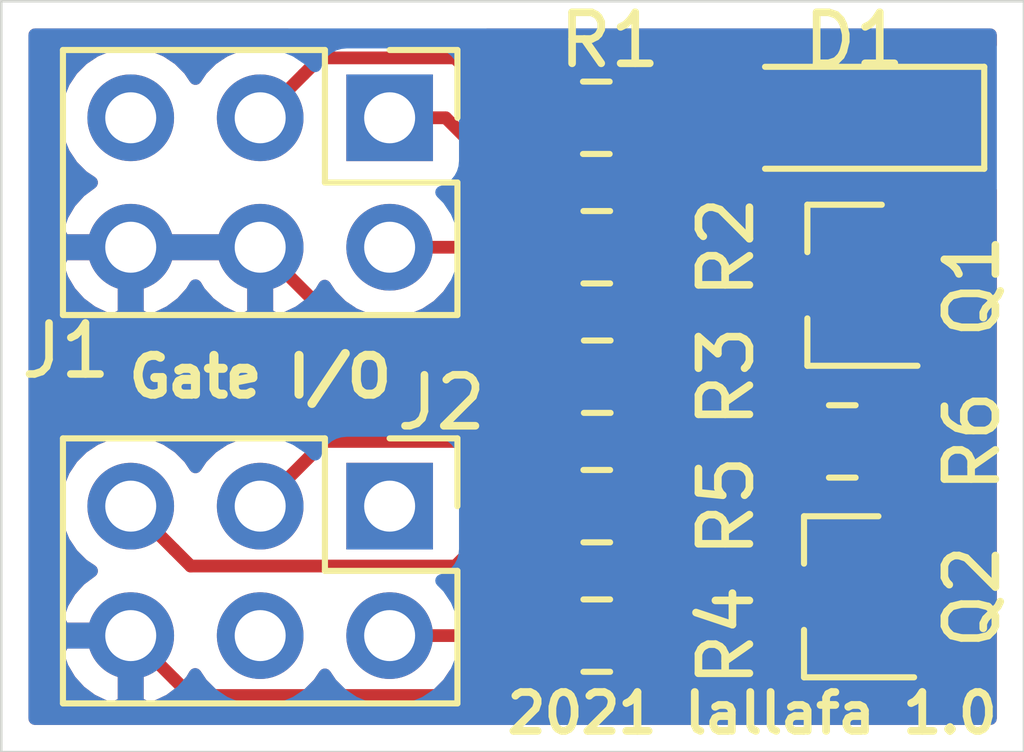
<source format=kicad_pcb>
(kicad_pcb (version 20171130) (host pcbnew "(5.1.5-0-10_14)")

  (general
    (thickness 1.6)
    (drawings 6)
    (tracks 57)
    (zones 0)
    (modules 11)
    (nets 15)
  )

  (page A4)
  (layers
    (0 F.Cu signal hide)
    (31 B.Cu signal hide)
    (32 B.Adhes user)
    (33 F.Adhes user)
    (34 B.Paste user)
    (35 F.Paste user)
    (36 B.SilkS user)
    (37 F.SilkS user)
    (38 B.Mask user)
    (39 F.Mask user)
    (40 Dwgs.User user)
    (41 Cmts.User user)
    (42 Eco1.User user)
    (43 Eco2.User user)
    (44 Edge.Cuts user)
    (45 Margin user)
    (46 B.CrtYd user)
    (47 F.CrtYd user)
    (48 B.Fab user)
    (49 F.Fab user)
  )

  (setup
    (last_trace_width 0.25)
    (trace_clearance 0.2)
    (zone_clearance 0.508)
    (zone_45_only no)
    (trace_min 0.2)
    (via_size 0.8)
    (via_drill 0.4)
    (via_min_size 0.4)
    (via_min_drill 0.3)
    (uvia_size 0.3)
    (uvia_drill 0.1)
    (uvias_allowed no)
    (uvia_min_size 0.2)
    (uvia_min_drill 0.1)
    (edge_width 0.05)
    (segment_width 0.2)
    (pcb_text_width 0.3)
    (pcb_text_size 1.5 1.5)
    (mod_edge_width 0.12)
    (mod_text_size 1 1)
    (mod_text_width 0.15)
    (pad_size 1.524 1.524)
    (pad_drill 0.762)
    (pad_to_mask_clearance 0.051)
    (solder_mask_min_width 0.25)
    (aux_axis_origin 0 0)
    (visible_elements FFFFFF7F)
    (pcbplotparams
      (layerselection 0x010fc_ffffffff)
      (usegerberextensions false)
      (usegerberattributes false)
      (usegerberadvancedattributes false)
      (creategerberjobfile false)
      (excludeedgelayer true)
      (linewidth 0.100000)
      (plotframeref false)
      (viasonmask false)
      (mode 1)
      (useauxorigin false)
      (hpglpennumber 1)
      (hpglpenspeed 20)
      (hpglpendiameter 15.000000)
      (psnegative false)
      (psa4output false)
      (plotreference true)
      (plotvalue true)
      (plotinvisibletext false)
      (padsonsilk false)
      (subtractmaskfromsilk false)
      (outputformat 1)
      (mirror false)
      (drillshape 0)
      (scaleselection 1)
      (outputdirectory "gerber"))
  )

  (net 0 "")
  (net 1 "Net-(D1-Pad2)")
  (net 2 "Net-(D1-Pad1)")
  (net 3 GND)
  (net 4 +5V)
  (net 5 /JIN_T)
  (net 6 /DIN)
  (net 7 +3V3)
  (net 8 /JOUT_TN)
  (net 9 /JOUT_T)
  (net 10 /DOUT)
  (net 11 "Net-(Q2-Pad3)")
  (net 12 "Net-(Q2-Pad1)")
  (net 13 "Net-(J1-Pad5)")
  (net 14 "Net-(J2-Pad1)")

  (net_class Default "Dies ist die voreingestellte Netzklasse."
    (clearance 0.2)
    (trace_width 0.25)
    (via_dia 0.8)
    (via_drill 0.4)
    (uvia_dia 0.3)
    (uvia_drill 0.1)
    (add_net +3V3)
    (add_net +5V)
    (add_net /DIN)
    (add_net /DOUT)
    (add_net /JIN_T)
    (add_net /JOUT_T)
    (add_net /JOUT_TN)
    (add_net GND)
    (add_net "Net-(D1-Pad1)")
    (add_net "Net-(D1-Pad2)")
    (add_net "Net-(J1-Pad5)")
    (add_net "Net-(J2-Pad1)")
    (add_net "Net-(Q2-Pad1)")
    (add_net "Net-(Q2-Pad3)")
  )

  (module Connector_PinHeader_2.54mm:PinHeader_2x03_P2.54mm_Vertical (layer F.Cu) (tedit 59FED5CC) (tstamp 604BCBAB)
    (at 104.14 65.786 270)
    (descr "Through hole straight pin header, 2x03, 2.54mm pitch, double rows")
    (tags "Through hole pin header THT 2x03 2.54mm double row")
    (path /60609C5A)
    (fp_text reference J2 (at -2.032 -1.016 180) (layer F.SilkS)
      (effects (font (size 1 1) (thickness 0.15)))
    )
    (fp_text value MOD_OUT (at 1.27 7.41 90) (layer F.Fab) hide
      (effects (font (size 1 1) (thickness 0.15)))
    )
    (fp_text user %R (at 1.27 2.54) (layer F.Fab)
      (effects (font (size 1 1) (thickness 0.15)))
    )
    (fp_line (start 4.35 -1.8) (end -1.8 -1.8) (layer F.CrtYd) (width 0.05))
    (fp_line (start 4.35 6.85) (end 4.35 -1.8) (layer F.CrtYd) (width 0.05))
    (fp_line (start -1.8 6.85) (end 4.35 6.85) (layer F.CrtYd) (width 0.05))
    (fp_line (start -1.8 -1.8) (end -1.8 6.85) (layer F.CrtYd) (width 0.05))
    (fp_line (start -1.33 -1.33) (end 0 -1.33) (layer F.SilkS) (width 0.12))
    (fp_line (start -1.33 0) (end -1.33 -1.33) (layer F.SilkS) (width 0.12))
    (fp_line (start 1.27 -1.33) (end 3.87 -1.33) (layer F.SilkS) (width 0.12))
    (fp_line (start 1.27 1.27) (end 1.27 -1.33) (layer F.SilkS) (width 0.12))
    (fp_line (start -1.33 1.27) (end 1.27 1.27) (layer F.SilkS) (width 0.12))
    (fp_line (start 3.87 -1.33) (end 3.87 6.41) (layer F.SilkS) (width 0.12))
    (fp_line (start -1.33 1.27) (end -1.33 6.41) (layer F.SilkS) (width 0.12))
    (fp_line (start -1.33 6.41) (end 3.87 6.41) (layer F.SilkS) (width 0.12))
    (fp_line (start -1.27 0) (end 0 -1.27) (layer F.Fab) (width 0.1))
    (fp_line (start -1.27 6.35) (end -1.27 0) (layer F.Fab) (width 0.1))
    (fp_line (start 3.81 6.35) (end -1.27 6.35) (layer F.Fab) (width 0.1))
    (fp_line (start 3.81 -1.27) (end 3.81 6.35) (layer F.Fab) (width 0.1))
    (fp_line (start 0 -1.27) (end 3.81 -1.27) (layer F.Fab) (width 0.1))
    (pad 6 thru_hole oval (at 2.54 5.08 270) (size 1.7 1.7) (drill 1) (layers *.Cu *.Mask)
      (net 3 GND))
    (pad 5 thru_hole oval (at 0 5.08 270) (size 1.7 1.7) (drill 1) (layers *.Cu *.Mask)
      (net 4 +5V))
    (pad 4 thru_hole oval (at 2.54 2.54 270) (size 1.7 1.7) (drill 1) (layers *.Cu *.Mask)
      (net 8 /JOUT_TN))
    (pad 3 thru_hole oval (at 0 2.54 270) (size 1.7 1.7) (drill 1) (layers *.Cu *.Mask)
      (net 9 /JOUT_T))
    (pad 2 thru_hole oval (at 2.54 0 270) (size 1.7 1.7) (drill 1) (layers *.Cu *.Mask)
      (net 10 /DOUT))
    (pad 1 thru_hole rect (at 0 0 270) (size 1.7 1.7) (drill 1) (layers *.Cu *.Mask)
      (net 14 "Net-(J2-Pad1)"))
    (model ${KISYS3DMOD}/Connector_PinHeader_2.54mm.3dshapes/PinHeader_2x03_P2.54mm_Vertical.wrl
      (at (xyz 0 0 0))
      (scale (xyz 1 1 1))
      (rotate (xyz 0 0 0))
    )
  )

  (module Resistor_SMD:R_0805_2012Metric_Pad1.15x1.40mm_HandSolder (layer F.Cu) (tedit 5B36C52B) (tstamp 604BCBE6)
    (at 108.195 58.166 180)
    (descr "Resistor SMD 0805 (2012 Metric), square (rectangular) end terminal, IPC_7351 nominal with elongated pad for handsoldering. (Body size source: https://docs.google.com/spreadsheets/d/1BsfQQcO9C6DZCsRaXUlFlo91Tg2WpOkGARC1WS5S8t0/edit?usp=sharing), generated with kicad-footprint-generator")
    (tags "resistor handsolder")
    (path /6061086D)
    (attr smd)
    (fp_text reference R1 (at -0.263 1.524) (layer F.SilkS)
      (effects (font (size 1 1) (thickness 0.15)))
    )
    (fp_text value 47k (at 0 1.65) (layer F.Fab) hide
      (effects (font (size 1 1) (thickness 0.15)))
    )
    (fp_text user %R (at 0 0) (layer F.Fab)
      (effects (font (size 0.5 0.5) (thickness 0.08)))
    )
    (fp_line (start 1.85 0.95) (end -1.85 0.95) (layer F.CrtYd) (width 0.05))
    (fp_line (start 1.85 -0.95) (end 1.85 0.95) (layer F.CrtYd) (width 0.05))
    (fp_line (start -1.85 -0.95) (end 1.85 -0.95) (layer F.CrtYd) (width 0.05))
    (fp_line (start -1.85 0.95) (end -1.85 -0.95) (layer F.CrtYd) (width 0.05))
    (fp_line (start -0.261252 0.71) (end 0.261252 0.71) (layer F.SilkS) (width 0.12))
    (fp_line (start -0.261252 -0.71) (end 0.261252 -0.71) (layer F.SilkS) (width 0.12))
    (fp_line (start 1 0.6) (end -1 0.6) (layer F.Fab) (width 0.1))
    (fp_line (start 1 -0.6) (end 1 0.6) (layer F.Fab) (width 0.1))
    (fp_line (start -1 -0.6) (end 1 -0.6) (layer F.Fab) (width 0.1))
    (fp_line (start -1 0.6) (end -1 -0.6) (layer F.Fab) (width 0.1))
    (pad 2 smd roundrect (at 1.025 0 180) (size 1.15 1.4) (layers F.Cu F.Paste F.Mask) (roundrect_rratio 0.217391)
      (net 5 /JIN_T))
    (pad 1 smd roundrect (at -1.025 0 180) (size 1.15 1.4) (layers F.Cu F.Paste F.Mask) (roundrect_rratio 0.217391)
      (net 1 "Net-(D1-Pad2)"))
    (model ${KISYS3DMOD}/Resistor_SMD.3dshapes/R_0805_2012Metric.wrl
      (at (xyz 0 0 0))
      (scale (xyz 1 1 1))
      (rotate (xyz 0 0 0))
    )
  )

  (module Connector_PinHeader_2.54mm:PinHeader_2x03_P2.54mm_Vertical (layer F.Cu) (tedit 59FED5CC) (tstamp 604BCB8F)
    (at 104.14 58.166 270)
    (descr "Through hole straight pin header, 2x03, 2.54mm pitch, double rows")
    (tags "Through hole pin header THT 2x03 2.54mm double row")
    (path /60608272)
    (fp_text reference J1 (at 4.572 6.35 180) (layer F.SilkS)
      (effects (font (size 1 1) (thickness 0.15)))
    )
    (fp_text value MOD_IN (at 1.27 7.41 90) (layer F.Fab) hide
      (effects (font (size 1 1) (thickness 0.15)))
    )
    (fp_text user %R (at 1.27 2.54) (layer F.Fab)
      (effects (font (size 1 1) (thickness 0.15)))
    )
    (fp_line (start 4.35 -1.8) (end -1.8 -1.8) (layer F.CrtYd) (width 0.05))
    (fp_line (start 4.35 6.85) (end 4.35 -1.8) (layer F.CrtYd) (width 0.05))
    (fp_line (start -1.8 6.85) (end 4.35 6.85) (layer F.CrtYd) (width 0.05))
    (fp_line (start -1.8 -1.8) (end -1.8 6.85) (layer F.CrtYd) (width 0.05))
    (fp_line (start -1.33 -1.33) (end 0 -1.33) (layer F.SilkS) (width 0.12))
    (fp_line (start -1.33 0) (end -1.33 -1.33) (layer F.SilkS) (width 0.12))
    (fp_line (start 1.27 -1.33) (end 3.87 -1.33) (layer F.SilkS) (width 0.12))
    (fp_line (start 1.27 1.27) (end 1.27 -1.33) (layer F.SilkS) (width 0.12))
    (fp_line (start -1.33 1.27) (end 1.27 1.27) (layer F.SilkS) (width 0.12))
    (fp_line (start 3.87 -1.33) (end 3.87 6.41) (layer F.SilkS) (width 0.12))
    (fp_line (start -1.33 1.27) (end -1.33 6.41) (layer F.SilkS) (width 0.12))
    (fp_line (start -1.33 6.41) (end 3.87 6.41) (layer F.SilkS) (width 0.12))
    (fp_line (start -1.27 0) (end 0 -1.27) (layer F.Fab) (width 0.1))
    (fp_line (start -1.27 6.35) (end -1.27 0) (layer F.Fab) (width 0.1))
    (fp_line (start 3.81 6.35) (end -1.27 6.35) (layer F.Fab) (width 0.1))
    (fp_line (start 3.81 -1.27) (end 3.81 6.35) (layer F.Fab) (width 0.1))
    (fp_line (start 0 -1.27) (end 3.81 -1.27) (layer F.Fab) (width 0.1))
    (pad 6 thru_hole oval (at 2.54 5.08 270) (size 1.7 1.7) (drill 1) (layers *.Cu *.Mask)
      (net 3 GND))
    (pad 5 thru_hole oval (at 0 5.08 270) (size 1.7 1.7) (drill 1) (layers *.Cu *.Mask)
      (net 13 "Net-(J1-Pad5)"))
    (pad 4 thru_hole oval (at 2.54 2.54 270) (size 1.7 1.7) (drill 1) (layers *.Cu *.Mask)
      (net 3 GND))
    (pad 3 thru_hole oval (at 0 2.54 270) (size 1.7 1.7) (drill 1) (layers *.Cu *.Mask)
      (net 5 /JIN_T))
    (pad 2 thru_hole oval (at 2.54 0 270) (size 1.7 1.7) (drill 1) (layers *.Cu *.Mask)
      (net 6 /DIN))
    (pad 1 thru_hole rect (at 0 0 270) (size 1.7 1.7) (drill 1) (layers *.Cu *.Mask)
      (net 7 +3V3))
    (model ${KISYS3DMOD}/Connector_PinHeader_2.54mm.3dshapes/PinHeader_2x03_P2.54mm_Vertical.wrl
      (at (xyz 0 0 0))
      (scale (xyz 1 1 1))
      (rotate (xyz 0 0 0))
    )
  )

  (module Diode_SMD:D_MiniMELF (layer F.Cu) (tedit 5905D8F5) (tstamp 604BCB73)
    (at 113.256 58.166 180)
    (descr "Diode Mini-MELF")
    (tags "Diode Mini-MELF")
    (path /60611BBF)
    (attr smd)
    (fp_text reference D1 (at 0 1.524) (layer F.SilkS)
      (effects (font (size 1 1) (thickness 0.15)))
    )
    (fp_text value 1N4148 (at 0 1.75) (layer F.Fab) hide
      (effects (font (size 1 1) (thickness 0.15)))
    )
    (fp_line (start -2.65 1.1) (end -2.65 -1.1) (layer F.CrtYd) (width 0.05))
    (fp_line (start 2.65 1.1) (end -2.65 1.1) (layer F.CrtYd) (width 0.05))
    (fp_line (start 2.65 -1.1) (end 2.65 1.1) (layer F.CrtYd) (width 0.05))
    (fp_line (start -2.65 -1.1) (end 2.65 -1.1) (layer F.CrtYd) (width 0.05))
    (fp_line (start -0.75 0) (end -0.35 0) (layer F.Fab) (width 0.1))
    (fp_line (start -0.35 0) (end -0.35 -0.55) (layer F.Fab) (width 0.1))
    (fp_line (start -0.35 0) (end -0.35 0.55) (layer F.Fab) (width 0.1))
    (fp_line (start -0.35 0) (end 0.25 -0.4) (layer F.Fab) (width 0.1))
    (fp_line (start 0.25 -0.4) (end 0.25 0.4) (layer F.Fab) (width 0.1))
    (fp_line (start 0.25 0.4) (end -0.35 0) (layer F.Fab) (width 0.1))
    (fp_line (start 0.25 0) (end 0.75 0) (layer F.Fab) (width 0.1))
    (fp_line (start -1.65 -0.8) (end 1.65 -0.8) (layer F.Fab) (width 0.1))
    (fp_line (start -1.65 0.8) (end -1.65 -0.8) (layer F.Fab) (width 0.1))
    (fp_line (start 1.65 0.8) (end -1.65 0.8) (layer F.Fab) (width 0.1))
    (fp_line (start 1.65 -0.8) (end 1.65 0.8) (layer F.Fab) (width 0.1))
    (fp_line (start -2.55 1) (end 1.75 1) (layer F.SilkS) (width 0.12))
    (fp_line (start -2.55 -1) (end -2.55 1) (layer F.SilkS) (width 0.12))
    (fp_line (start 1.75 -1) (end -2.55 -1) (layer F.SilkS) (width 0.12))
    (fp_text user %R (at 0 -2) (layer F.Fab) hide
      (effects (font (size 1 1) (thickness 0.15)))
    )
    (pad 2 smd rect (at 1.75 0 180) (size 1.3 1.7) (layers F.Cu F.Paste F.Mask)
      (net 1 "Net-(D1-Pad2)"))
    (pad 1 smd rect (at -1.75 0 180) (size 1.3 1.7) (layers F.Cu F.Paste F.Mask)
      (net 2 "Net-(D1-Pad1)"))
    (model ${KISYS3DMOD}/Diode_SMD.3dshapes/D_MiniMELF.wrl
      (at (xyz 0 0 0))
      (scale (xyz 1 1 1))
      (rotate (xyz 0 0 0))
    )
  )

  (module Resistor_SMD:R_0805_2012Metric_Pad1.15x1.40mm_HandSolder (layer F.Cu) (tedit 5B36C52B) (tstamp 604BCC3B)
    (at 113.021 64.516)
    (descr "Resistor SMD 0805 (2012 Metric), square (rectangular) end terminal, IPC_7351 nominal with elongated pad for handsoldering. (Body size source: https://docs.google.com/spreadsheets/d/1BsfQQcO9C6DZCsRaXUlFlo91Tg2WpOkGARC1WS5S8t0/edit?usp=sharing), generated with kicad-footprint-generator")
    (tags "resistor handsolder")
    (path /60625266)
    (attr smd)
    (fp_text reference R6 (at 2.549 0 90) (layer F.SilkS)
      (effects (font (size 1 1) (thickness 0.15)))
    )
    (fp_text value 1k (at 0 1.65) (layer F.Fab) hide
      (effects (font (size 1 1) (thickness 0.15)))
    )
    (fp_text user %R (at 0 0) (layer F.Fab)
      (effects (font (size 0.5 0.5) (thickness 0.08)))
    )
    (fp_line (start 1.85 0.95) (end -1.85 0.95) (layer F.CrtYd) (width 0.05))
    (fp_line (start 1.85 -0.95) (end 1.85 0.95) (layer F.CrtYd) (width 0.05))
    (fp_line (start -1.85 -0.95) (end 1.85 -0.95) (layer F.CrtYd) (width 0.05))
    (fp_line (start -1.85 0.95) (end -1.85 -0.95) (layer F.CrtYd) (width 0.05))
    (fp_line (start -0.261252 0.71) (end 0.261252 0.71) (layer F.SilkS) (width 0.12))
    (fp_line (start -0.261252 -0.71) (end 0.261252 -0.71) (layer F.SilkS) (width 0.12))
    (fp_line (start 1 0.6) (end -1 0.6) (layer F.Fab) (width 0.1))
    (fp_line (start 1 -0.6) (end 1 0.6) (layer F.Fab) (width 0.1))
    (fp_line (start -1 -0.6) (end 1 -0.6) (layer F.Fab) (width 0.1))
    (fp_line (start -1 0.6) (end -1 -0.6) (layer F.Fab) (width 0.1))
    (pad 2 smd roundrect (at 1.025 0) (size 1.15 1.4) (layers F.Cu F.Paste F.Mask) (roundrect_rratio 0.217391)
      (net 11 "Net-(Q2-Pad3)"))
    (pad 1 smd roundrect (at -1.025 0) (size 1.15 1.4) (layers F.Cu F.Paste F.Mask) (roundrect_rratio 0.217391)
      (net 9 /JOUT_T))
    (model ${KISYS3DMOD}/Resistor_SMD.3dshapes/R_0805_2012Metric.wrl
      (at (xyz 0 0 0))
      (scale (xyz 1 1 1))
      (rotate (xyz 0 0 0))
    )
  )

  (module Resistor_SMD:R_0805_2012Metric_Pad1.15x1.40mm_HandSolder (layer F.Cu) (tedit 5B36C52B) (tstamp 604BCC2A)
    (at 108.204 65.786 180)
    (descr "Resistor SMD 0805 (2012 Metric), square (rectangular) end terminal, IPC_7351 nominal with elongated pad for handsoldering. (Body size source: https://docs.google.com/spreadsheets/d/1BsfQQcO9C6DZCsRaXUlFlo91Tg2WpOkGARC1WS5S8t0/edit?usp=sharing), generated with kicad-footprint-generator")
    (tags "resistor handsolder")
    (path /606261BE)
    (attr smd)
    (fp_text reference R5 (at -2.54 0 90) (layer F.SilkS)
      (effects (font (size 1 1) (thickness 0.15)))
    )
    (fp_text value 47k (at 0 1.65) (layer F.Fab) hide
      (effects (font (size 1 1) (thickness 0.15)))
    )
    (fp_text user %R (at 0 0) (layer F.Fab)
      (effects (font (size 0.5 0.5) (thickness 0.08)))
    )
    (fp_line (start 1.85 0.95) (end -1.85 0.95) (layer F.CrtYd) (width 0.05))
    (fp_line (start 1.85 -0.95) (end 1.85 0.95) (layer F.CrtYd) (width 0.05))
    (fp_line (start -1.85 -0.95) (end 1.85 -0.95) (layer F.CrtYd) (width 0.05))
    (fp_line (start -1.85 0.95) (end -1.85 -0.95) (layer F.CrtYd) (width 0.05))
    (fp_line (start -0.261252 0.71) (end 0.261252 0.71) (layer F.SilkS) (width 0.12))
    (fp_line (start -0.261252 -0.71) (end 0.261252 -0.71) (layer F.SilkS) (width 0.12))
    (fp_line (start 1 0.6) (end -1 0.6) (layer F.Fab) (width 0.1))
    (fp_line (start 1 -0.6) (end 1 0.6) (layer F.Fab) (width 0.1))
    (fp_line (start -1 -0.6) (end 1 -0.6) (layer F.Fab) (width 0.1))
    (fp_line (start -1 0.6) (end -1 -0.6) (layer F.Fab) (width 0.1))
    (pad 2 smd roundrect (at 1.025 0 180) (size 1.15 1.4) (layers F.Cu F.Paste F.Mask) (roundrect_rratio 0.217391)
      (net 4 +5V))
    (pad 1 smd roundrect (at -1.025 0 180) (size 1.15 1.4) (layers F.Cu F.Paste F.Mask) (roundrect_rratio 0.217391)
      (net 11 "Net-(Q2-Pad3)"))
    (model ${KISYS3DMOD}/Resistor_SMD.3dshapes/R_0805_2012Metric.wrl
      (at (xyz 0 0 0))
      (scale (xyz 1 1 1))
      (rotate (xyz 0 0 0))
    )
  )

  (module Resistor_SMD:R_0805_2012Metric_Pad1.15x1.40mm_HandSolder (layer F.Cu) (tedit 5B36C52B) (tstamp 604BCC19)
    (at 108.204 68.326 180)
    (descr "Resistor SMD 0805 (2012 Metric), square (rectangular) end terminal, IPC_7351 nominal with elongated pad for handsoldering. (Body size source: https://docs.google.com/spreadsheets/d/1BsfQQcO9C6DZCsRaXUlFlo91Tg2WpOkGARC1WS5S8t0/edit?usp=sharing), generated with kicad-footprint-generator")
    (tags "resistor handsolder")
    (path /60623EE1)
    (attr smd)
    (fp_text reference R4 (at -2.54 0 90) (layer F.SilkS)
      (effects (font (size 1 1) (thickness 0.15)))
    )
    (fp_text value 10k (at 0 1.65) (layer F.Fab) hide
      (effects (font (size 1 1) (thickness 0.15)))
    )
    (fp_text user %R (at 0 0) (layer F.Fab)
      (effects (font (size 0.5 0.5) (thickness 0.08)))
    )
    (fp_line (start 1.85 0.95) (end -1.85 0.95) (layer F.CrtYd) (width 0.05))
    (fp_line (start 1.85 -0.95) (end 1.85 0.95) (layer F.CrtYd) (width 0.05))
    (fp_line (start -1.85 -0.95) (end 1.85 -0.95) (layer F.CrtYd) (width 0.05))
    (fp_line (start -1.85 0.95) (end -1.85 -0.95) (layer F.CrtYd) (width 0.05))
    (fp_line (start -0.261252 0.71) (end 0.261252 0.71) (layer F.SilkS) (width 0.12))
    (fp_line (start -0.261252 -0.71) (end 0.261252 -0.71) (layer F.SilkS) (width 0.12))
    (fp_line (start 1 0.6) (end -1 0.6) (layer F.Fab) (width 0.1))
    (fp_line (start 1 -0.6) (end 1 0.6) (layer F.Fab) (width 0.1))
    (fp_line (start -1 -0.6) (end 1 -0.6) (layer F.Fab) (width 0.1))
    (fp_line (start -1 0.6) (end -1 -0.6) (layer F.Fab) (width 0.1))
    (pad 2 smd roundrect (at 1.025 0 180) (size 1.15 1.4) (layers F.Cu F.Paste F.Mask) (roundrect_rratio 0.217391)
      (net 10 /DOUT))
    (pad 1 smd roundrect (at -1.025 0 180) (size 1.15 1.4) (layers F.Cu F.Paste F.Mask) (roundrect_rratio 0.217391)
      (net 12 "Net-(Q2-Pad1)"))
    (model ${KISYS3DMOD}/Resistor_SMD.3dshapes/R_0805_2012Metric.wrl
      (at (xyz 0 0 0))
      (scale (xyz 1 1 1))
      (rotate (xyz 0 0 0))
    )
  )

  (module Resistor_SMD:R_0805_2012Metric_Pad1.15x1.40mm_HandSolder (layer F.Cu) (tedit 5B36C52B) (tstamp 604BCC08)
    (at 108.204 60.706 180)
    (descr "Resistor SMD 0805 (2012 Metric), square (rectangular) end terminal, IPC_7351 nominal with elongated pad for handsoldering. (Body size source: https://docs.google.com/spreadsheets/d/1BsfQQcO9C6DZCsRaXUlFlo91Tg2WpOkGARC1WS5S8t0/edit?usp=sharing), generated with kicad-footprint-generator")
    (tags "resistor handsolder")
    (path /606114C3)
    (attr smd)
    (fp_text reference R3 (at -2.54 -2.54 90) (layer F.SilkS)
      (effects (font (size 1 1) (thickness 0.15)))
    )
    (fp_text value 10k (at 0 1.65) (layer F.Fab) hide
      (effects (font (size 1 1) (thickness 0.15)))
    )
    (fp_text user %R (at 0 0) (layer F.Fab)
      (effects (font (size 0.5 0.5) (thickness 0.08)))
    )
    (fp_line (start 1.85 0.95) (end -1.85 0.95) (layer F.CrtYd) (width 0.05))
    (fp_line (start 1.85 -0.95) (end 1.85 0.95) (layer F.CrtYd) (width 0.05))
    (fp_line (start -1.85 -0.95) (end 1.85 -0.95) (layer F.CrtYd) (width 0.05))
    (fp_line (start -1.85 0.95) (end -1.85 -0.95) (layer F.CrtYd) (width 0.05))
    (fp_line (start -0.261252 0.71) (end 0.261252 0.71) (layer F.SilkS) (width 0.12))
    (fp_line (start -0.261252 -0.71) (end 0.261252 -0.71) (layer F.SilkS) (width 0.12))
    (fp_line (start 1 0.6) (end -1 0.6) (layer F.Fab) (width 0.1))
    (fp_line (start 1 -0.6) (end 1 0.6) (layer F.Fab) (width 0.1))
    (fp_line (start -1 -0.6) (end 1 -0.6) (layer F.Fab) (width 0.1))
    (fp_line (start -1 0.6) (end -1 -0.6) (layer F.Fab) (width 0.1))
    (pad 2 smd roundrect (at 1.025 0 180) (size 1.15 1.4) (layers F.Cu F.Paste F.Mask) (roundrect_rratio 0.217391)
      (net 6 /DIN))
    (pad 1 smd roundrect (at -1.025 0 180) (size 1.15 1.4) (layers F.Cu F.Paste F.Mask) (roundrect_rratio 0.217391)
      (net 7 +3V3))
    (model ${KISYS3DMOD}/Resistor_SMD.3dshapes/R_0805_2012Metric.wrl
      (at (xyz 0 0 0))
      (scale (xyz 1 1 1))
      (rotate (xyz 0 0 0))
    )
  )

  (module Resistor_SMD:R_0805_2012Metric_Pad1.15x1.40mm_HandSolder (layer F.Cu) (tedit 5B36C52B) (tstamp 604BCBF7)
    (at 108.213 63.246)
    (descr "Resistor SMD 0805 (2012 Metric), square (rectangular) end terminal, IPC_7351 nominal with elongated pad for handsoldering. (Body size source: https://docs.google.com/spreadsheets/d/1BsfQQcO9C6DZCsRaXUlFlo91Tg2WpOkGARC1WS5S8t0/edit?usp=sharing), generated with kicad-footprint-generator")
    (tags "resistor handsolder")
    (path /60610F79)
    (attr smd)
    (fp_text reference R2 (at 2.531 -2.54 90) (layer F.SilkS)
      (effects (font (size 1 1) (thickness 0.15)))
    )
    (fp_text value 47k (at 0 1.65) (layer F.Fab) hide
      (effects (font (size 1 1) (thickness 0.15)))
    )
    (fp_text user %R (at 0 0) (layer F.Fab)
      (effects (font (size 0.5 0.5) (thickness 0.08)))
    )
    (fp_line (start 1.85 0.95) (end -1.85 0.95) (layer F.CrtYd) (width 0.05))
    (fp_line (start 1.85 -0.95) (end 1.85 0.95) (layer F.CrtYd) (width 0.05))
    (fp_line (start -1.85 -0.95) (end 1.85 -0.95) (layer F.CrtYd) (width 0.05))
    (fp_line (start -1.85 0.95) (end -1.85 -0.95) (layer F.CrtYd) (width 0.05))
    (fp_line (start -0.261252 0.71) (end 0.261252 0.71) (layer F.SilkS) (width 0.12))
    (fp_line (start -0.261252 -0.71) (end 0.261252 -0.71) (layer F.SilkS) (width 0.12))
    (fp_line (start 1 0.6) (end -1 0.6) (layer F.Fab) (width 0.1))
    (fp_line (start 1 -0.6) (end 1 0.6) (layer F.Fab) (width 0.1))
    (fp_line (start -1 -0.6) (end 1 -0.6) (layer F.Fab) (width 0.1))
    (fp_line (start -1 0.6) (end -1 -0.6) (layer F.Fab) (width 0.1))
    (pad 2 smd roundrect (at 1.025 0) (size 1.15 1.4) (layers F.Cu F.Paste F.Mask) (roundrect_rratio 0.217391)
      (net 2 "Net-(D1-Pad1)"))
    (pad 1 smd roundrect (at -1.025 0) (size 1.15 1.4) (layers F.Cu F.Paste F.Mask) (roundrect_rratio 0.217391)
      (net 3 GND))
    (model ${KISYS3DMOD}/Resistor_SMD.3dshapes/R_0805_2012Metric.wrl
      (at (xyz 0 0 0))
      (scale (xyz 1 1 1))
      (rotate (xyz 0 0 0))
    )
  )

  (module Package_TO_SOT_SMD:SOT-23 (layer F.Cu) (tedit 5A02FF57) (tstamp 604BCBD5)
    (at 113.03 67.564 180)
    (descr "SOT-23, Standard")
    (tags SOT-23)
    (path /606350FF)
    (attr smd)
    (fp_text reference Q2 (at -2.54 0 90) (layer F.SilkS)
      (effects (font (size 1 1) (thickness 0.15)))
    )
    (fp_text value MMBT3904 (at 0 2.5) (layer F.Fab) hide
      (effects (font (size 1 1) (thickness 0.15)))
    )
    (fp_line (start 0.76 1.58) (end -0.7 1.58) (layer F.SilkS) (width 0.12))
    (fp_line (start 0.76 -1.58) (end -1.4 -1.58) (layer F.SilkS) (width 0.12))
    (fp_line (start -1.7 1.75) (end -1.7 -1.75) (layer F.CrtYd) (width 0.05))
    (fp_line (start 1.7 1.75) (end -1.7 1.75) (layer F.CrtYd) (width 0.05))
    (fp_line (start 1.7 -1.75) (end 1.7 1.75) (layer F.CrtYd) (width 0.05))
    (fp_line (start -1.7 -1.75) (end 1.7 -1.75) (layer F.CrtYd) (width 0.05))
    (fp_line (start 0.76 -1.58) (end 0.76 -0.65) (layer F.SilkS) (width 0.12))
    (fp_line (start 0.76 1.58) (end 0.76 0.65) (layer F.SilkS) (width 0.12))
    (fp_line (start -0.7 1.52) (end 0.7 1.52) (layer F.Fab) (width 0.1))
    (fp_line (start 0.7 -1.52) (end 0.7 1.52) (layer F.Fab) (width 0.1))
    (fp_line (start -0.7 -0.95) (end -0.15 -1.52) (layer F.Fab) (width 0.1))
    (fp_line (start -0.15 -1.52) (end 0.7 -1.52) (layer F.Fab) (width 0.1))
    (fp_line (start -0.7 -0.95) (end -0.7 1.5) (layer F.Fab) (width 0.1))
    (fp_text user %R (at 0 0 90) (layer F.Fab)
      (effects (font (size 0.5 0.5) (thickness 0.075)))
    )
    (pad 3 smd rect (at 1 0 180) (size 0.9 0.8) (layers F.Cu F.Paste F.Mask)
      (net 11 "Net-(Q2-Pad3)"))
    (pad 2 smd rect (at -1 0.95 180) (size 0.9 0.8) (layers F.Cu F.Paste F.Mask)
      (net 3 GND))
    (pad 1 smd rect (at -1 -0.95 180) (size 0.9 0.8) (layers F.Cu F.Paste F.Mask)
      (net 12 "Net-(Q2-Pad1)"))
    (model ${KISYS3DMOD}/Package_TO_SOT_SMD.3dshapes/SOT-23.wrl
      (at (xyz 0 0 0))
      (scale (xyz 1 1 1))
      (rotate (xyz 0 0 0))
    )
  )

  (module Package_TO_SOT_SMD:SOT-23 (layer F.Cu) (tedit 5A02FF57) (tstamp 604BCBC0)
    (at 113.096 61.452 180)
    (descr "SOT-23, Standard")
    (tags SOT-23)
    (path /60638A13)
    (attr smd)
    (fp_text reference Q1 (at -2.474 -0.016 90) (layer F.SilkS)
      (effects (font (size 1 1) (thickness 0.15)))
    )
    (fp_text value MMBT3904 (at 0 2.5) (layer F.Fab) hide
      (effects (font (size 1 1) (thickness 0.15)))
    )
    (fp_line (start 0.76 1.58) (end -0.7 1.58) (layer F.SilkS) (width 0.12))
    (fp_line (start 0.76 -1.58) (end -1.4 -1.58) (layer F.SilkS) (width 0.12))
    (fp_line (start -1.7 1.75) (end -1.7 -1.75) (layer F.CrtYd) (width 0.05))
    (fp_line (start 1.7 1.75) (end -1.7 1.75) (layer F.CrtYd) (width 0.05))
    (fp_line (start 1.7 -1.75) (end 1.7 1.75) (layer F.CrtYd) (width 0.05))
    (fp_line (start -1.7 -1.75) (end 1.7 -1.75) (layer F.CrtYd) (width 0.05))
    (fp_line (start 0.76 -1.58) (end 0.76 -0.65) (layer F.SilkS) (width 0.12))
    (fp_line (start 0.76 1.58) (end 0.76 0.65) (layer F.SilkS) (width 0.12))
    (fp_line (start -0.7 1.52) (end 0.7 1.52) (layer F.Fab) (width 0.1))
    (fp_line (start 0.7 -1.52) (end 0.7 1.52) (layer F.Fab) (width 0.1))
    (fp_line (start -0.7 -0.95) (end -0.15 -1.52) (layer F.Fab) (width 0.1))
    (fp_line (start -0.15 -1.52) (end 0.7 -1.52) (layer F.Fab) (width 0.1))
    (fp_line (start -0.7 -0.95) (end -0.7 1.5) (layer F.Fab) (width 0.1))
    (fp_text user %R (at 0 0 90) (layer F.Fab)
      (effects (font (size 0.5 0.5) (thickness 0.075)))
    )
    (pad 3 smd rect (at 1 0 180) (size 0.9 0.8) (layers F.Cu F.Paste F.Mask)
      (net 6 /DIN))
    (pad 2 smd rect (at -1 0.95 180) (size 0.9 0.8) (layers F.Cu F.Paste F.Mask)
      (net 3 GND))
    (pad 1 smd rect (at -1 -0.95 180) (size 0.9 0.8) (layers F.Cu F.Paste F.Mask)
      (net 2 "Net-(D1-Pad1)"))
    (model ${KISYS3DMOD}/Package_TO_SOT_SMD.3dshapes/SOT-23.wrl
      (at (xyz 0 0 0))
      (scale (xyz 1 1 1))
      (rotate (xyz 0 0 0))
    )
  )

  (gr_text "2021 lallafa 1.0" (at 111.252 69.85) (layer F.SilkS)
    (effects (font (size 0.762 0.762) (thickness 0.1524)))
  )
  (gr_text "Gate I/O" (at 101.6 63.246) (layer F.SilkS)
    (effects (font (size 0.762 0.762) (thickness 0.1778)))
  )
  (gr_line (start 116.586 55.88) (end 96.52 55.88) (layer Edge.Cuts) (width 0.05) (tstamp 604BD54F))
  (gr_line (start 116.586 70.612) (end 116.586 55.88) (layer Edge.Cuts) (width 0.05))
  (gr_line (start 96.52 70.612) (end 116.586 70.612) (layer Edge.Cuts) (width 0.05))
  (gr_line (start 96.52 55.88) (end 96.52 70.612) (layer Edge.Cuts) (width 0.05))

  (segment (start 111.506 58.166) (end 109.22 58.166) (width 0.25) (layer F.Cu) (net 1))
  (segment (start 114.096 63.052) (end 114.096 62.402) (width 0.25) (layer F.Cu) (net 2))
  (segment (start 113.902 63.246) (end 114.096 63.052) (width 0.25) (layer F.Cu) (net 2))
  (segment (start 109.238 63.246) (end 113.902 63.246) (width 0.25) (layer F.Cu) (net 2))
  (segment (start 115.006 59.266) (end 115.006 58.166) (width 0.25) (layer F.Cu) (net 2))
  (segment (start 115.006 62.192) (end 115.006 59.266) (width 0.25) (layer F.Cu) (net 2))
  (segment (start 114.796 62.402) (end 115.006 62.192) (width 0.25) (layer F.Cu) (net 2))
  (segment (start 114.096 62.402) (end 114.796 62.402) (width 0.25) (layer F.Cu) (net 2))
  (segment (start 107.188 63.246) (end 104.14 63.246) (width 0.25) (layer F.Cu) (net 3))
  (segment (start 104.14 63.246) (end 101.6 60.706) (width 0.25) (layer F.Cu) (net 3))
  (segment (start 113.396 61.152) (end 114.046 60.502) (width 0.25) (layer F.Cu) (net 3))
  (segment (start 114.046 60.502) (end 114.096 60.502) (width 0.25) (layer F.Cu) (net 3))
  (segment (start 112.762012 62.22099) (end 113.396 61.587002) (width 0.25) (layer F.Cu) (net 3))
  (segment (start 107.51301 62.22099) (end 112.762012 62.22099) (width 0.25) (layer F.Cu) (net 3))
  (segment (start 113.396 61.587002) (end 113.396 61.152) (width 0.25) (layer F.Cu) (net 3))
  (segment (start 107.188 62.546) (end 107.51301 62.22099) (width 0.25) (layer F.Cu) (net 3))
  (segment (start 107.188 63.246) (end 107.188 62.546) (width 0.25) (layer F.Cu) (net 3))
  (segment (start 99.909999 69.175999) (end 99.06 68.326) (width 0.25) (layer F.Cu) (net 3))
  (segment (start 100.235001 69.501001) (end 99.909999 69.175999) (width 0.25) (layer F.Cu) (net 3))
  (segment (start 114.478001 69.501001) (end 100.235001 69.501001) (width 0.25) (layer F.Cu) (net 3))
  (segment (start 114.805001 69.174001) (end 114.478001 69.501001) (width 0.25) (layer F.Cu) (net 3))
  (segment (start 114.805001 66.689001) (end 114.805001 69.174001) (width 0.25) (layer F.Cu) (net 3))
  (segment (start 114.73 66.614) (end 114.805001 66.689001) (width 0.25) (layer F.Cu) (net 3))
  (segment (start 114.03 66.614) (end 114.73 66.614) (width 0.25) (layer F.Cu) (net 3))
  (segment (start 101.6 60.706) (end 99.06 60.706) (width 0.25) (layer F.Cu) (net 3))
  (segment (start 99.909999 66.635999) (end 99.06 65.786) (width 0.25) (layer F.Cu) (net 4))
  (segment (start 100.235001 66.961001) (end 99.909999 66.635999) (width 0.25) (layer F.Cu) (net 4))
  (segment (start 105.428999 66.961001) (end 100.235001 66.961001) (width 0.25) (layer F.Cu) (net 4))
  (segment (start 106.604 65.786) (end 105.428999 66.961001) (width 0.25) (layer F.Cu) (net 4))
  (segment (start 107.179 65.786) (end 106.604 65.786) (width 0.25) (layer F.Cu) (net 4))
  (segment (start 102.449999 57.316001) (end 101.6 58.166) (width 0.25) (layer F.Cu) (net 5))
  (segment (start 106.595 58.166) (end 105.419999 56.990999) (width 0.25) (layer F.Cu) (net 5))
  (segment (start 102.775001 56.990999) (end 102.449999 57.316001) (width 0.25) (layer F.Cu) (net 5))
  (segment (start 105.419999 56.990999) (end 102.775001 56.990999) (width 0.25) (layer F.Cu) (net 5))
  (segment (start 107.17 58.166) (end 106.595 58.166) (width 0.25) (layer F.Cu) (net 5))
  (segment (start 107.179 60.706) (end 104.14 60.706) (width 0.25) (layer F.Cu) (net 6))
  (segment (start 107.50401 61.73101) (end 107.179 61.406) (width 0.25) (layer F.Cu) (net 6))
  (segment (start 107.179 61.406) (end 107.179 60.706) (width 0.25) (layer F.Cu) (net 6))
  (segment (start 109.79218 61.73101) (end 107.50401 61.73101) (width 0.25) (layer F.Cu) (net 6))
  (segment (start 110.07119 61.452) (end 109.79218 61.73101) (width 0.25) (layer F.Cu) (net 6))
  (segment (start 112.096 61.452) (end 110.07119 61.452) (width 0.25) (layer F.Cu) (net 6))
  (segment (start 105.24 58.166) (end 104.14 58.166) (width 0.25) (layer F.Cu) (net 7))
  (segment (start 106.26501 59.19101) (end 105.24 58.166) (width 0.25) (layer F.Cu) (net 7))
  (segment (start 107.2522 59.19101) (end 106.26501 59.19101) (width 0.25) (layer F.Cu) (net 7))
  (segment (start 108.76719 60.706) (end 107.2522 59.19101) (width 0.25) (layer F.Cu) (net 7))
  (segment (start 109.229 60.706) (end 108.76719 60.706) (width 0.25) (layer F.Cu) (net 7))
  (segment (start 102.87 64.516) (end 111.996 64.516) (width 0.25) (layer F.Cu) (net 9))
  (segment (start 101.6 65.786) (end 102.87 64.516) (width 0.25) (layer F.Cu) (net 9))
  (segment (start 107.179 68.326) (end 104.14 68.326) (width 0.25) (layer F.Cu) (net 10))
  (segment (start 111.33 67.564) (end 112.03 67.564) (width 0.25) (layer F.Cu) (net 11))
  (segment (start 110.307 67.564) (end 111.33 67.564) (width 0.25) (layer F.Cu) (net 11))
  (segment (start 109.229 66.486) (end 110.307 67.564) (width 0.25) (layer F.Cu) (net 11))
  (segment (start 109.229 65.786) (end 109.229 66.486) (width 0.25) (layer F.Cu) (net 11))
  (segment (start 112.03 66.532) (end 114.046 64.516) (width 0.25) (layer F.Cu) (net 11))
  (segment (start 112.03 67.564) (end 112.03 66.532) (width 0.25) (layer F.Cu) (net 11))
  (segment (start 113.842 68.326) (end 114.03 68.514) (width 0.25) (layer F.Cu) (net 12))
  (segment (start 109.229 68.326) (end 113.842 68.326) (width 0.25) (layer F.Cu) (net 12))

  (zone (net 3) (net_name GND) (layer B.Cu) (tstamp 604BE57B) (hatch edge 0.508)
    (connect_pads (clearance 0.508))
    (min_thickness 0.254)
    (fill yes (arc_segments 32) (thermal_gap 0.508) (thermal_bridge_width 0.508))
    (polygon
      (pts
        (xy 116.586 70.612) (xy 96.52 70.612) (xy 96.52 55.88) (xy 116.586 55.88)
      )
    )
    (filled_polygon
      (pts
        (xy 115.926 69.952) (xy 97.18 69.952) (xy 97.18 68.682891) (xy 97.618519 68.682891) (xy 97.715843 68.957252)
        (xy 97.864822 69.207355) (xy 98.059731 69.423588) (xy 98.29308 69.597641) (xy 98.555901 69.722825) (xy 98.70311 69.767476)
        (xy 98.933 69.646155) (xy 98.933 68.453) (xy 97.739186 68.453) (xy 97.618519 68.682891) (xy 97.18 68.682891)
        (xy 97.18 65.63974) (xy 97.575 65.63974) (xy 97.575 65.93226) (xy 97.632068 66.219158) (xy 97.74401 66.489411)
        (xy 97.906525 66.732632) (xy 98.113368 66.939475) (xy 98.289406 67.0571) (xy 98.059731 67.228412) (xy 97.864822 67.444645)
        (xy 97.715843 67.694748) (xy 97.618519 67.969109) (xy 97.739186 68.199) (xy 98.933 68.199) (xy 98.933 68.179)
        (xy 99.187 68.179) (xy 99.187 68.199) (xy 99.207 68.199) (xy 99.207 68.453) (xy 99.187 68.453)
        (xy 99.187 69.646155) (xy 99.41689 69.767476) (xy 99.564099 69.722825) (xy 99.82692 69.597641) (xy 100.060269 69.423588)
        (xy 100.255178 69.207355) (xy 100.324805 69.090466) (xy 100.446525 69.272632) (xy 100.653368 69.479475) (xy 100.896589 69.64199)
        (xy 101.166842 69.753932) (xy 101.45374 69.811) (xy 101.74626 69.811) (xy 102.033158 69.753932) (xy 102.303411 69.64199)
        (xy 102.546632 69.479475) (xy 102.753475 69.272632) (xy 102.87 69.09824) (xy 102.986525 69.272632) (xy 103.193368 69.479475)
        (xy 103.436589 69.64199) (xy 103.706842 69.753932) (xy 103.99374 69.811) (xy 104.28626 69.811) (xy 104.573158 69.753932)
        (xy 104.843411 69.64199) (xy 105.086632 69.479475) (xy 105.293475 69.272632) (xy 105.45599 69.029411) (xy 105.567932 68.759158)
        (xy 105.625 68.47226) (xy 105.625 68.17974) (xy 105.567932 67.892842) (xy 105.45599 67.622589) (xy 105.293475 67.379368)
        (xy 105.16162 67.247513) (xy 105.23418 67.225502) (xy 105.344494 67.166537) (xy 105.441185 67.087185) (xy 105.520537 66.990494)
        (xy 105.579502 66.88018) (xy 105.615812 66.760482) (xy 105.628072 66.636) (xy 105.628072 64.936) (xy 105.615812 64.811518)
        (xy 105.579502 64.69182) (xy 105.520537 64.581506) (xy 105.441185 64.484815) (xy 105.344494 64.405463) (xy 105.23418 64.346498)
        (xy 105.114482 64.310188) (xy 104.99 64.297928) (xy 103.29 64.297928) (xy 103.165518 64.310188) (xy 103.04582 64.346498)
        (xy 102.935506 64.405463) (xy 102.838815 64.484815) (xy 102.759463 64.581506) (xy 102.700498 64.69182) (xy 102.678487 64.76438)
        (xy 102.546632 64.632525) (xy 102.303411 64.47001) (xy 102.033158 64.358068) (xy 101.74626 64.301) (xy 101.45374 64.301)
        (xy 101.166842 64.358068) (xy 100.896589 64.47001) (xy 100.653368 64.632525) (xy 100.446525 64.839368) (xy 100.33 65.01376)
        (xy 100.213475 64.839368) (xy 100.006632 64.632525) (xy 99.763411 64.47001) (xy 99.493158 64.358068) (xy 99.20626 64.301)
        (xy 98.91374 64.301) (xy 98.626842 64.358068) (xy 98.356589 64.47001) (xy 98.113368 64.632525) (xy 97.906525 64.839368)
        (xy 97.74401 65.082589) (xy 97.632068 65.352842) (xy 97.575 65.63974) (xy 97.18 65.63974) (xy 97.18 61.062891)
        (xy 97.618519 61.062891) (xy 97.715843 61.337252) (xy 97.864822 61.587355) (xy 98.059731 61.803588) (xy 98.29308 61.977641)
        (xy 98.555901 62.102825) (xy 98.70311 62.147476) (xy 98.933 62.026155) (xy 98.933 60.833) (xy 99.187 60.833)
        (xy 99.187 62.026155) (xy 99.41689 62.147476) (xy 99.564099 62.102825) (xy 99.82692 61.977641) (xy 100.060269 61.803588)
        (xy 100.255178 61.587355) (xy 100.33 61.461745) (xy 100.404822 61.587355) (xy 100.599731 61.803588) (xy 100.83308 61.977641)
        (xy 101.095901 62.102825) (xy 101.24311 62.147476) (xy 101.473 62.026155) (xy 101.473 60.833) (xy 99.187 60.833)
        (xy 98.933 60.833) (xy 97.739186 60.833) (xy 97.618519 61.062891) (xy 97.18 61.062891) (xy 97.18 58.01974)
        (xy 97.575 58.01974) (xy 97.575 58.31226) (xy 97.632068 58.599158) (xy 97.74401 58.869411) (xy 97.906525 59.112632)
        (xy 98.113368 59.319475) (xy 98.289406 59.4371) (xy 98.059731 59.608412) (xy 97.864822 59.824645) (xy 97.715843 60.074748)
        (xy 97.618519 60.349109) (xy 97.739186 60.579) (xy 98.933 60.579) (xy 98.933 60.559) (xy 99.187 60.559)
        (xy 99.187 60.579) (xy 101.473 60.579) (xy 101.473 60.559) (xy 101.727 60.559) (xy 101.727 60.579)
        (xy 101.747 60.579) (xy 101.747 60.833) (xy 101.727 60.833) (xy 101.727 62.026155) (xy 101.95689 62.147476)
        (xy 102.104099 62.102825) (xy 102.36692 61.977641) (xy 102.600269 61.803588) (xy 102.795178 61.587355) (xy 102.864805 61.470466)
        (xy 102.986525 61.652632) (xy 103.193368 61.859475) (xy 103.436589 62.02199) (xy 103.706842 62.133932) (xy 103.99374 62.191)
        (xy 104.28626 62.191) (xy 104.573158 62.133932) (xy 104.843411 62.02199) (xy 105.086632 61.859475) (xy 105.293475 61.652632)
        (xy 105.45599 61.409411) (xy 105.567932 61.139158) (xy 105.625 60.85226) (xy 105.625 60.55974) (xy 105.567932 60.272842)
        (xy 105.45599 60.002589) (xy 105.293475 59.759368) (xy 105.16162 59.627513) (xy 105.23418 59.605502) (xy 105.344494 59.546537)
        (xy 105.441185 59.467185) (xy 105.520537 59.370494) (xy 105.579502 59.26018) (xy 105.615812 59.140482) (xy 105.628072 59.016)
        (xy 105.628072 57.316) (xy 105.615812 57.191518) (xy 105.579502 57.07182) (xy 105.520537 56.961506) (xy 105.441185 56.864815)
        (xy 105.344494 56.785463) (xy 105.23418 56.726498) (xy 105.114482 56.690188) (xy 104.99 56.677928) (xy 103.29 56.677928)
        (xy 103.165518 56.690188) (xy 103.04582 56.726498) (xy 102.935506 56.785463) (xy 102.838815 56.864815) (xy 102.759463 56.961506)
        (xy 102.700498 57.07182) (xy 102.678487 57.14438) (xy 102.546632 57.012525) (xy 102.303411 56.85001) (xy 102.033158 56.738068)
        (xy 101.74626 56.681) (xy 101.45374 56.681) (xy 101.166842 56.738068) (xy 100.896589 56.85001) (xy 100.653368 57.012525)
        (xy 100.446525 57.219368) (xy 100.33 57.39376) (xy 100.213475 57.219368) (xy 100.006632 57.012525) (xy 99.763411 56.85001)
        (xy 99.493158 56.738068) (xy 99.20626 56.681) (xy 98.91374 56.681) (xy 98.626842 56.738068) (xy 98.356589 56.85001)
        (xy 98.113368 57.012525) (xy 97.906525 57.219368) (xy 97.74401 57.462589) (xy 97.632068 57.732842) (xy 97.575 58.01974)
        (xy 97.18 58.01974) (xy 97.18 56.54) (xy 115.926001 56.54)
      )
    )
  )
  (zone (net 3) (net_name GND) (layer F.Cu) (tstamp 604BE578) (hatch edge 0.508)
    (connect_pads (clearance 0.508))
    (min_thickness 0.254)
    (fill yes (arc_segments 32) (thermal_gap 0.508) (thermal_bridge_width 0.508))
    (polygon
      (pts
        (xy 116.586 70.612) (xy 96.52 70.612) (xy 96.52 55.88) (xy 116.586 55.88)
      )
    )
    (filled_polygon
      (pts
        (xy 101.966408 56.724791) (xy 101.74626 56.681) (xy 101.45374 56.681) (xy 101.166842 56.738068) (xy 100.896589 56.85001)
        (xy 100.653368 57.012525) (xy 100.446525 57.219368) (xy 100.33 57.39376) (xy 100.213475 57.219368) (xy 100.006632 57.012525)
        (xy 99.763411 56.85001) (xy 99.493158 56.738068) (xy 99.20626 56.681) (xy 98.91374 56.681) (xy 98.626842 56.738068)
        (xy 98.356589 56.85001) (xy 98.113368 57.012525) (xy 97.906525 57.219368) (xy 97.74401 57.462589) (xy 97.632068 57.732842)
        (xy 97.575 58.01974) (xy 97.575 58.31226) (xy 97.632068 58.599158) (xy 97.74401 58.869411) (xy 97.906525 59.112632)
        (xy 98.113368 59.319475) (xy 98.289406 59.4371) (xy 98.059731 59.608412) (xy 97.864822 59.824645) (xy 97.715843 60.074748)
        (xy 97.618519 60.349109) (xy 97.739186 60.579) (xy 98.933 60.579) (xy 98.933 60.559) (xy 99.187 60.559)
        (xy 99.187 60.579) (xy 101.473 60.579) (xy 101.473 60.559) (xy 101.727 60.559) (xy 101.727 60.579)
        (xy 101.747 60.579) (xy 101.747 60.833) (xy 101.727 60.833) (xy 101.727 62.026155) (xy 101.95689 62.147476)
        (xy 102.104099 62.102825) (xy 102.36692 61.977641) (xy 102.600269 61.803588) (xy 102.795178 61.587355) (xy 102.864805 61.470466)
        (xy 102.986525 61.652632) (xy 103.193368 61.859475) (xy 103.436589 62.02199) (xy 103.706842 62.133932) (xy 103.99374 62.191)
        (xy 104.28626 62.191) (xy 104.573158 62.133932) (xy 104.843411 62.02199) (xy 105.086632 61.859475) (xy 105.293475 61.652632)
        (xy 105.418178 61.466) (xy 106.024473 61.466) (xy 106.033528 61.495851) (xy 106.115595 61.649387) (xy 106.226038 61.783962)
        (xy 106.360613 61.894405) (xy 106.437693 61.935605) (xy 106.36882 61.956498) (xy 106.258506 62.015463) (xy 106.161815 62.094815)
        (xy 106.082463 62.191506) (xy 106.023498 62.30182) (xy 105.987188 62.421518) (xy 105.974928 62.546) (xy 105.978 62.96025)
        (xy 106.13675 63.119) (xy 107.061 63.119) (xy 107.061 63.099) (xy 107.315 63.099) (xy 107.315 63.119)
        (xy 107.335 63.119) (xy 107.335 63.373) (xy 107.315 63.373) (xy 107.315 63.393) (xy 107.061 63.393)
        (xy 107.061 63.373) (xy 106.13675 63.373) (xy 105.978 63.53175) (xy 105.976337 63.756) (xy 102.907322 63.756)
        (xy 102.869999 63.752324) (xy 102.832676 63.756) (xy 102.832667 63.756) (xy 102.721014 63.766997) (xy 102.577753 63.810454)
        (xy 102.445724 63.881026) (xy 102.329999 63.975999) (xy 102.306201 64.004997) (xy 101.966408 64.34479) (xy 101.74626 64.301)
        (xy 101.45374 64.301) (xy 101.166842 64.358068) (xy 100.896589 64.47001) (xy 100.653368 64.632525) (xy 100.446525 64.839368)
        (xy 100.33 65.01376) (xy 100.213475 64.839368) (xy 100.006632 64.632525) (xy 99.763411 64.47001) (xy 99.493158 64.358068)
        (xy 99.20626 64.301) (xy 98.91374 64.301) (xy 98.626842 64.358068) (xy 98.356589 64.47001) (xy 98.113368 64.632525)
        (xy 97.906525 64.839368) (xy 97.74401 65.082589) (xy 97.632068 65.352842) (xy 97.575 65.63974) (xy 97.575 65.93226)
        (xy 97.632068 66.219158) (xy 97.74401 66.489411) (xy 97.906525 66.732632) (xy 98.113368 66.939475) (xy 98.289406 67.0571)
        (xy 98.059731 67.228412) (xy 97.864822 67.444645) (xy 97.715843 67.694748) (xy 97.618519 67.969109) (xy 97.739186 68.199)
        (xy 98.933 68.199) (xy 98.933 68.179) (xy 99.187 68.179) (xy 99.187 68.199) (xy 99.207 68.199)
        (xy 99.207 68.453) (xy 99.187 68.453) (xy 99.187 69.646155) (xy 99.41689 69.767476) (xy 99.564099 69.722825)
        (xy 99.82692 69.597641) (xy 100.060269 69.423588) (xy 100.255178 69.207355) (xy 100.324805 69.090466) (xy 100.446525 69.272632)
        (xy 100.653368 69.479475) (xy 100.896589 69.64199) (xy 101.166842 69.753932) (xy 101.45374 69.811) (xy 101.74626 69.811)
        (xy 102.033158 69.753932) (xy 102.303411 69.64199) (xy 102.546632 69.479475) (xy 102.753475 69.272632) (xy 102.87 69.09824)
        (xy 102.986525 69.272632) (xy 103.193368 69.479475) (xy 103.436589 69.64199) (xy 103.706842 69.753932) (xy 103.99374 69.811)
        (xy 104.28626 69.811) (xy 104.573158 69.753932) (xy 104.843411 69.64199) (xy 105.086632 69.479475) (xy 105.293475 69.272632)
        (xy 105.418178 69.086) (xy 106.024473 69.086) (xy 106.033528 69.115851) (xy 106.115595 69.269387) (xy 106.226038 69.403962)
        (xy 106.360613 69.514405) (xy 106.514149 69.596472) (xy 106.680745 69.647008) (xy 106.853999 69.664072) (xy 107.504001 69.664072)
        (xy 107.677255 69.647008) (xy 107.843851 69.596472) (xy 107.997387 69.514405) (xy 108.131962 69.403962) (xy 108.204 69.316184)
        (xy 108.276038 69.403962) (xy 108.410613 69.514405) (xy 108.564149 69.596472) (xy 108.730745 69.647008) (xy 108.903999 69.664072)
        (xy 109.554001 69.664072) (xy 109.727255 69.647008) (xy 109.893851 69.596472) (xy 110.047387 69.514405) (xy 110.181962 69.403962)
        (xy 110.292405 69.269387) (xy 110.374472 69.115851) (xy 110.383527 69.086) (xy 112.968602 69.086) (xy 112.990498 69.15818)
        (xy 113.049463 69.268494) (xy 113.128815 69.365185) (xy 113.225506 69.444537) (xy 113.33582 69.503502) (xy 113.455518 69.539812)
        (xy 113.58 69.552072) (xy 114.48 69.552072) (xy 114.604482 69.539812) (xy 114.72418 69.503502) (xy 114.834494 69.444537)
        (xy 114.931185 69.365185) (xy 115.010537 69.268494) (xy 115.069502 69.15818) (xy 115.105812 69.038482) (xy 115.118072 68.914)
        (xy 115.118072 68.114) (xy 115.105812 67.989518) (xy 115.069502 67.86982) (xy 115.010537 67.759506) (xy 114.931185 67.662815)
        (xy 114.834494 67.583463) (xy 114.798082 67.564) (xy 114.834494 67.544537) (xy 114.931185 67.465185) (xy 115.010537 67.368494)
        (xy 115.069502 67.25818) (xy 115.105812 67.138482) (xy 115.118072 67.014) (xy 115.115 66.89975) (xy 114.95625 66.741)
        (xy 114.157 66.741) (xy 114.157 66.761) (xy 113.903 66.761) (xy 113.903 66.741) (xy 113.883 66.741)
        (xy 113.883 66.487) (xy 113.903 66.487) (xy 113.903 66.467) (xy 114.157 66.467) (xy 114.157 66.487)
        (xy 114.95625 66.487) (xy 115.115 66.32825) (xy 115.118072 66.214) (xy 115.105812 66.089518) (xy 115.069502 65.96982)
        (xy 115.010537 65.859506) (xy 114.931185 65.762815) (xy 114.861738 65.705821) (xy 114.864387 65.704405) (xy 114.998962 65.593962)
        (xy 115.109405 65.459387) (xy 115.191472 65.305851) (xy 115.242008 65.139255) (xy 115.259072 64.966001) (xy 115.259072 64.065999)
        (xy 115.242008 63.892745) (xy 115.191472 63.726149) (xy 115.109405 63.572613) (xy 114.998962 63.438038) (xy 114.882275 63.342275)
        (xy 114.900494 63.332537) (xy 114.997185 63.253185) (xy 115.076537 63.156494) (xy 115.108482 63.09673) (xy 115.220276 63.036974)
        (xy 115.336001 62.942001) (xy 115.359804 62.912997) (xy 115.516998 62.755803) (xy 115.546001 62.732001) (xy 115.640974 62.616276)
        (xy 115.711546 62.484247) (xy 115.755003 62.340986) (xy 115.766 62.229333) (xy 115.766 62.229323) (xy 115.769676 62.192)
        (xy 115.766 62.154677) (xy 115.766 59.643238) (xy 115.780482 59.641812) (xy 115.90018 59.605502) (xy 115.926001 59.5917)
        (xy 115.926 69.952) (xy 97.18 69.952) (xy 97.18 68.682891) (xy 97.618519 68.682891) (xy 97.715843 68.957252)
        (xy 97.864822 69.207355) (xy 98.059731 69.423588) (xy 98.29308 69.597641) (xy 98.555901 69.722825) (xy 98.70311 69.767476)
        (xy 98.933 69.646155) (xy 98.933 68.453) (xy 97.739186 68.453) (xy 97.618519 68.682891) (xy 97.18 68.682891)
        (xy 97.18 61.062891) (xy 97.618519 61.062891) (xy 97.715843 61.337252) (xy 97.864822 61.587355) (xy 98.059731 61.803588)
        (xy 98.29308 61.977641) (xy 98.555901 62.102825) (xy 98.70311 62.147476) (xy 98.933 62.026155) (xy 98.933 60.833)
        (xy 99.187 60.833) (xy 99.187 62.026155) (xy 99.41689 62.147476) (xy 99.564099 62.102825) (xy 99.82692 61.977641)
        (xy 100.060269 61.803588) (xy 100.255178 61.587355) (xy 100.33 61.461745) (xy 100.404822 61.587355) (xy 100.599731 61.803588)
        (xy 100.83308 61.977641) (xy 101.095901 62.102825) (xy 101.24311 62.147476) (xy 101.473 62.026155) (xy 101.473 60.833)
        (xy 99.187 60.833) (xy 98.933 60.833) (xy 97.739186 60.833) (xy 97.618519 61.062891) (xy 97.18 61.062891)
        (xy 97.18 56.54) (xy 102.151199 56.54)
      )
    )
    (filled_polygon
      (pts
        (xy 115.926001 56.7403) (xy 115.90018 56.726498) (xy 115.780482 56.690188) (xy 115.656 56.677928) (xy 114.356 56.677928)
        (xy 114.231518 56.690188) (xy 114.11182 56.726498) (xy 114.001506 56.785463) (xy 113.904815 56.864815) (xy 113.825463 56.961506)
        (xy 113.766498 57.07182) (xy 113.730188 57.191518) (xy 113.717928 57.316) (xy 113.717928 59.016) (xy 113.730188 59.140482)
        (xy 113.766498 59.26018) (xy 113.825463 59.370494) (xy 113.904815 59.467185) (xy 113.968998 59.519858) (xy 113.968998 59.625748)
        (xy 113.81025 59.467) (xy 113.646 59.463928) (xy 113.521518 59.476188) (xy 113.40182 59.512498) (xy 113.291506 59.571463)
        (xy 113.194815 59.650815) (xy 113.115463 59.747506) (xy 113.056498 59.85782) (xy 113.020188 59.977518) (xy 113.007928 60.102)
        (xy 113.011 60.21625) (xy 113.16975 60.375) (xy 113.969 60.375) (xy 113.969 60.355) (xy 114.223 60.355)
        (xy 114.223 60.375) (xy 114.243 60.375) (xy 114.243 60.629) (xy 114.223 60.629) (xy 114.223 60.649)
        (xy 113.969 60.649) (xy 113.969 60.629) (xy 113.16975 60.629) (xy 113.085143 60.713607) (xy 113.076537 60.697506)
        (xy 112.997185 60.600815) (xy 112.900494 60.521463) (xy 112.79018 60.462498) (xy 112.670482 60.426188) (xy 112.546 60.413928)
        (xy 111.646 60.413928) (xy 111.521518 60.426188) (xy 111.40182 60.462498) (xy 111.291506 60.521463) (xy 111.194815 60.600815)
        (xy 111.119982 60.692) (xy 110.442072 60.692) (xy 110.442072 60.255999) (xy 110.425008 60.082745) (xy 110.374472 59.916149)
        (xy 110.292405 59.762613) (xy 110.181962 59.628038) (xy 110.047387 59.517595) (xy 109.893851 59.435528) (xy 109.889236 59.434128)
        (xy 110.038387 59.354405) (xy 110.172962 59.243962) (xy 110.237663 59.165124) (xy 110.266498 59.26018) (xy 110.325463 59.370494)
        (xy 110.404815 59.467185) (xy 110.501506 59.546537) (xy 110.61182 59.605502) (xy 110.731518 59.641812) (xy 110.856 59.654072)
        (xy 112.156 59.654072) (xy 112.280482 59.641812) (xy 112.40018 59.605502) (xy 112.510494 59.546537) (xy 112.607185 59.467185)
        (xy 112.686537 59.370494) (xy 112.745502 59.26018) (xy 112.781812 59.140482) (xy 112.794072 59.016) (xy 112.794072 57.316)
        (xy 112.781812 57.191518) (xy 112.745502 57.07182) (xy 112.686537 56.961506) (xy 112.607185 56.864815) (xy 112.510494 56.785463)
        (xy 112.40018 56.726498) (xy 112.280482 56.690188) (xy 112.156 56.677928) (xy 110.856 56.677928) (xy 110.731518 56.690188)
        (xy 110.61182 56.726498) (xy 110.501506 56.785463) (xy 110.404815 56.864815) (xy 110.325463 56.961506) (xy 110.266498 57.07182)
        (xy 110.237663 57.166876) (xy 110.172962 57.088038) (xy 110.038387 56.977595) (xy 109.884851 56.895528) (xy 109.718255 56.844992)
        (xy 109.545001 56.827928) (xy 108.894999 56.827928) (xy 108.721745 56.844992) (xy 108.555149 56.895528) (xy 108.401613 56.977595)
        (xy 108.267038 57.088038) (xy 108.195 57.175816) (xy 108.122962 57.088038) (xy 107.988387 56.977595) (xy 107.834851 56.895528)
        (xy 107.668255 56.844992) (xy 107.495001 56.827928) (xy 106.844999 56.827928) (xy 106.671745 56.844992) (xy 106.505149 56.895528)
        (xy 106.436189 56.932388) (xy 106.043801 56.54) (xy 115.926001 56.54)
      )
    )
  )
)

</source>
